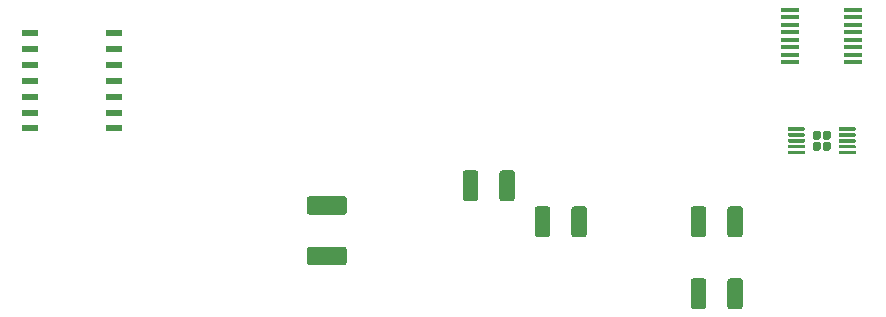
<source format=gbr>
%TF.GenerationSoftware,KiCad,Pcbnew,(5.1.8)-1*%
%TF.CreationDate,2021-01-25T11:57:41-05:00*%
%TF.ProjectId,Analog_Panel,416e616c-6f67-45f5-9061-6e656c2e6b69,rev?*%
%TF.SameCoordinates,Original*%
%TF.FileFunction,Paste,Top*%
%TF.FilePolarity,Positive*%
%FSLAX46Y46*%
G04 Gerber Fmt 4.6, Leading zero omitted, Abs format (unit mm)*
G04 Created by KiCad (PCBNEW (5.1.8)-1) date 2021-01-25 11:57:41*
%MOMM*%
%LPD*%
G01*
G04 APERTURE LIST*
%ADD10R,1.422400X0.558800*%
%ADD11R,1.600000X0.410000*%
G04 APERTURE END LIST*
%TO.C,C1*%
G36*
G01*
X54429999Y-49145000D02*
X57330001Y-49145000D01*
G75*
G02*
X57580000Y-49394999I0J-249999D01*
G01*
X57580000Y-50470001D01*
G75*
G02*
X57330001Y-50720000I-249999J0D01*
G01*
X54429999Y-50720000D01*
G75*
G02*
X54180000Y-50470001I0J249999D01*
G01*
X54180000Y-49394999D01*
G75*
G02*
X54429999Y-49145000I249999J0D01*
G01*
G37*
G36*
G01*
X54429999Y-53420000D02*
X57330001Y-53420000D01*
G75*
G02*
X57580000Y-53669999I0J-249999D01*
G01*
X57580000Y-54745001D01*
G75*
G02*
X57330001Y-54995000I-249999J0D01*
G01*
X54429999Y-54995000D01*
G75*
G02*
X54180000Y-54745001I0J249999D01*
G01*
X54180000Y-53669999D01*
G75*
G02*
X54429999Y-53420000I249999J0D01*
G01*
G37*
%TD*%
%TO.C,R1*%
G36*
G01*
X73492000Y-52383000D02*
X73492000Y-50233000D01*
G75*
G02*
X73742000Y-49983000I250000J0D01*
G01*
X74542000Y-49983000D01*
G75*
G02*
X74792000Y-50233000I0J-250000D01*
G01*
X74792000Y-52383000D01*
G75*
G02*
X74542000Y-52633000I-250000J0D01*
G01*
X73742000Y-52633000D01*
G75*
G02*
X73492000Y-52383000I0J250000D01*
G01*
G37*
G36*
G01*
X76592000Y-52383000D02*
X76592000Y-50233000D01*
G75*
G02*
X76842000Y-49983000I250000J0D01*
G01*
X77642000Y-49983000D01*
G75*
G02*
X77892000Y-50233000I0J-250000D01*
G01*
X77892000Y-52383000D01*
G75*
G02*
X77642000Y-52633000I-250000J0D01*
G01*
X76842000Y-52633000D01*
G75*
G02*
X76592000Y-52383000I0J250000D01*
G01*
G37*
%TD*%
%TO.C,R2*%
G36*
G01*
X68696000Y-47185000D02*
X68696000Y-49335000D01*
G75*
G02*
X68446000Y-49585000I-250000J0D01*
G01*
X67646000Y-49585000D01*
G75*
G02*
X67396000Y-49335000I0J250000D01*
G01*
X67396000Y-47185000D01*
G75*
G02*
X67646000Y-46935000I250000J0D01*
G01*
X68446000Y-46935000D01*
G75*
G02*
X68696000Y-47185000I0J-250000D01*
G01*
G37*
G36*
G01*
X71796000Y-47185000D02*
X71796000Y-49335000D01*
G75*
G02*
X71546000Y-49585000I-250000J0D01*
G01*
X70746000Y-49585000D01*
G75*
G02*
X70496000Y-49335000I0J250000D01*
G01*
X70496000Y-47185000D01*
G75*
G02*
X70746000Y-46935000I250000J0D01*
G01*
X71546000Y-46935000D01*
G75*
G02*
X71796000Y-47185000I0J-250000D01*
G01*
G37*
%TD*%
%TO.C,R3*%
G36*
G01*
X89800000Y-52383000D02*
X89800000Y-50233000D01*
G75*
G02*
X90050000Y-49983000I250000J0D01*
G01*
X90850000Y-49983000D01*
G75*
G02*
X91100000Y-50233000I0J-250000D01*
G01*
X91100000Y-52383000D01*
G75*
G02*
X90850000Y-52633000I-250000J0D01*
G01*
X90050000Y-52633000D01*
G75*
G02*
X89800000Y-52383000I0J250000D01*
G01*
G37*
G36*
G01*
X86700000Y-52383000D02*
X86700000Y-50233000D01*
G75*
G02*
X86950000Y-49983000I250000J0D01*
G01*
X87750000Y-49983000D01*
G75*
G02*
X88000000Y-50233000I0J-250000D01*
G01*
X88000000Y-52383000D01*
G75*
G02*
X87750000Y-52633000I-250000J0D01*
G01*
X86950000Y-52633000D01*
G75*
G02*
X86700000Y-52383000I0J250000D01*
G01*
G37*
%TD*%
%TO.C,R4*%
G36*
G01*
X86700000Y-58479000D02*
X86700000Y-56329000D01*
G75*
G02*
X86950000Y-56079000I250000J0D01*
G01*
X87750000Y-56079000D01*
G75*
G02*
X88000000Y-56329000I0J-250000D01*
G01*
X88000000Y-58479000D01*
G75*
G02*
X87750000Y-58729000I-250000J0D01*
G01*
X86950000Y-58729000D01*
G75*
G02*
X86700000Y-58479000I0J250000D01*
G01*
G37*
G36*
G01*
X89800000Y-58479000D02*
X89800000Y-56329000D01*
G75*
G02*
X90050000Y-56079000I250000J0D01*
G01*
X90850000Y-56079000D01*
G75*
G02*
X91100000Y-56329000I0J-250000D01*
G01*
X91100000Y-58479000D01*
G75*
G02*
X90850000Y-58729000I-250000J0D01*
G01*
X90050000Y-58729000D01*
G75*
G02*
X89800000Y-58479000I0J250000D01*
G01*
G37*
%TD*%
D10*
%TO.C,RN1*%
X30708600Y-35331400D03*
X30708600Y-36677600D03*
X30708600Y-38023800D03*
X30708600Y-39370000D03*
X30708600Y-40716200D03*
X30708600Y-42062400D03*
X30708600Y-43408600D03*
X37871400Y-43408600D03*
X37871400Y-42062400D03*
X37871400Y-40716200D03*
X37871400Y-39370000D03*
X37871400Y-38023800D03*
X37871400Y-36677600D03*
X37871400Y-35331400D03*
%TD*%
D11*
%TO.C,U2*%
X95135700Y-33337500D03*
X95135700Y-33972500D03*
X95135700Y-34607500D03*
X95135700Y-35242500D03*
X95135700Y-35877500D03*
X95135700Y-36512500D03*
X95135700Y-37147500D03*
X95135700Y-37782500D03*
X100444300Y-37782500D03*
X100444300Y-37147500D03*
X100444300Y-36512500D03*
X100444300Y-35877500D03*
X100444300Y-35242500D03*
X100444300Y-34607500D03*
X100444300Y-33972500D03*
X100444300Y-33337500D03*
%TD*%
%TO.C,U3*%
G36*
G01*
X94915000Y-43525000D02*
X94915000Y-43375000D01*
G75*
G02*
X94990000Y-43300000I75000J0D01*
G01*
X96290000Y-43300000D01*
G75*
G02*
X96365000Y-43375000I0J-75000D01*
G01*
X96365000Y-43525000D01*
G75*
G02*
X96290000Y-43600000I-75000J0D01*
G01*
X94990000Y-43600000D01*
G75*
G02*
X94915000Y-43525000I0J75000D01*
G01*
G37*
G36*
G01*
X94915000Y-44025000D02*
X94915000Y-43875000D01*
G75*
G02*
X94990000Y-43800000I75000J0D01*
G01*
X96290000Y-43800000D01*
G75*
G02*
X96365000Y-43875000I0J-75000D01*
G01*
X96365000Y-44025000D01*
G75*
G02*
X96290000Y-44100000I-75000J0D01*
G01*
X94990000Y-44100000D01*
G75*
G02*
X94915000Y-44025000I0J75000D01*
G01*
G37*
G36*
G01*
X94915000Y-44525000D02*
X94915000Y-44375000D01*
G75*
G02*
X94990000Y-44300000I75000J0D01*
G01*
X96290000Y-44300000D01*
G75*
G02*
X96365000Y-44375000I0J-75000D01*
G01*
X96365000Y-44525000D01*
G75*
G02*
X96290000Y-44600000I-75000J0D01*
G01*
X94990000Y-44600000D01*
G75*
G02*
X94915000Y-44525000I0J75000D01*
G01*
G37*
G36*
G01*
X94915000Y-45025000D02*
X94915000Y-44875000D01*
G75*
G02*
X94990000Y-44800000I75000J0D01*
G01*
X96290000Y-44800000D01*
G75*
G02*
X96365000Y-44875000I0J-75000D01*
G01*
X96365000Y-45025000D01*
G75*
G02*
X96290000Y-45100000I-75000J0D01*
G01*
X94990000Y-45100000D01*
G75*
G02*
X94915000Y-45025000I0J75000D01*
G01*
G37*
G36*
G01*
X94915000Y-45525000D02*
X94915000Y-45375000D01*
G75*
G02*
X94990000Y-45300000I75000J0D01*
G01*
X96290000Y-45300000D01*
G75*
G02*
X96365000Y-45375000I0J-75000D01*
G01*
X96365000Y-45525000D01*
G75*
G02*
X96290000Y-45600000I-75000J0D01*
G01*
X94990000Y-45600000D01*
G75*
G02*
X94915000Y-45525000I0J75000D01*
G01*
G37*
G36*
G01*
X99215000Y-45525000D02*
X99215000Y-45375000D01*
G75*
G02*
X99290000Y-45300000I75000J0D01*
G01*
X100590000Y-45300000D01*
G75*
G02*
X100665000Y-45375000I0J-75000D01*
G01*
X100665000Y-45525000D01*
G75*
G02*
X100590000Y-45600000I-75000J0D01*
G01*
X99290000Y-45600000D01*
G75*
G02*
X99215000Y-45525000I0J75000D01*
G01*
G37*
G36*
G01*
X99215000Y-45025000D02*
X99215000Y-44875000D01*
G75*
G02*
X99290000Y-44800000I75000J0D01*
G01*
X100590000Y-44800000D01*
G75*
G02*
X100665000Y-44875000I0J-75000D01*
G01*
X100665000Y-45025000D01*
G75*
G02*
X100590000Y-45100000I-75000J0D01*
G01*
X99290000Y-45100000D01*
G75*
G02*
X99215000Y-45025000I0J75000D01*
G01*
G37*
G36*
G01*
X99215000Y-44525000D02*
X99215000Y-44375000D01*
G75*
G02*
X99290000Y-44300000I75000J0D01*
G01*
X100590000Y-44300000D01*
G75*
G02*
X100665000Y-44375000I0J-75000D01*
G01*
X100665000Y-44525000D01*
G75*
G02*
X100590000Y-44600000I-75000J0D01*
G01*
X99290000Y-44600000D01*
G75*
G02*
X99215000Y-44525000I0J75000D01*
G01*
G37*
G36*
G01*
X99215000Y-44025000D02*
X99215000Y-43875000D01*
G75*
G02*
X99290000Y-43800000I75000J0D01*
G01*
X100590000Y-43800000D01*
G75*
G02*
X100665000Y-43875000I0J-75000D01*
G01*
X100665000Y-44025000D01*
G75*
G02*
X100590000Y-44100000I-75000J0D01*
G01*
X99290000Y-44100000D01*
G75*
G02*
X99215000Y-44025000I0J75000D01*
G01*
G37*
G36*
G01*
X99215000Y-43525000D02*
X99215000Y-43375000D01*
G75*
G02*
X99290000Y-43300000I75000J0D01*
G01*
X100590000Y-43300000D01*
G75*
G02*
X100665000Y-43375000I0J-75000D01*
G01*
X100665000Y-43525000D01*
G75*
G02*
X100590000Y-43600000I-75000J0D01*
G01*
X99290000Y-43600000D01*
G75*
G02*
X99215000Y-43525000I0J75000D01*
G01*
G37*
G36*
G01*
X97020000Y-44200000D02*
X97020000Y-43760000D01*
G75*
G02*
X97195000Y-43585000I175000J0D01*
G01*
X97545000Y-43585000D01*
G75*
G02*
X97720000Y-43760000I0J-175000D01*
G01*
X97720000Y-44200000D01*
G75*
G02*
X97545000Y-44375000I-175000J0D01*
G01*
X97195000Y-44375000D01*
G75*
G02*
X97020000Y-44200000I0J175000D01*
G01*
G37*
G36*
G01*
X97020000Y-45140000D02*
X97020000Y-44700000D01*
G75*
G02*
X97195000Y-44525000I175000J0D01*
G01*
X97545000Y-44525000D01*
G75*
G02*
X97720000Y-44700000I0J-175000D01*
G01*
X97720000Y-45140000D01*
G75*
G02*
X97545000Y-45315000I-175000J0D01*
G01*
X97195000Y-45315000D01*
G75*
G02*
X97020000Y-45140000I0J175000D01*
G01*
G37*
G36*
G01*
X97860000Y-44200000D02*
X97860000Y-43760000D01*
G75*
G02*
X98035000Y-43585000I175000J0D01*
G01*
X98385000Y-43585000D01*
G75*
G02*
X98560000Y-43760000I0J-175000D01*
G01*
X98560000Y-44200000D01*
G75*
G02*
X98385000Y-44375000I-175000J0D01*
G01*
X98035000Y-44375000D01*
G75*
G02*
X97860000Y-44200000I0J175000D01*
G01*
G37*
G36*
G01*
X97860000Y-45140000D02*
X97860000Y-44700000D01*
G75*
G02*
X98035000Y-44525000I175000J0D01*
G01*
X98385000Y-44525000D01*
G75*
G02*
X98560000Y-44700000I0J-175000D01*
G01*
X98560000Y-45140000D01*
G75*
G02*
X98385000Y-45315000I-175000J0D01*
G01*
X98035000Y-45315000D01*
G75*
G02*
X97860000Y-45140000I0J175000D01*
G01*
G37*
%TD*%
M02*

</source>
